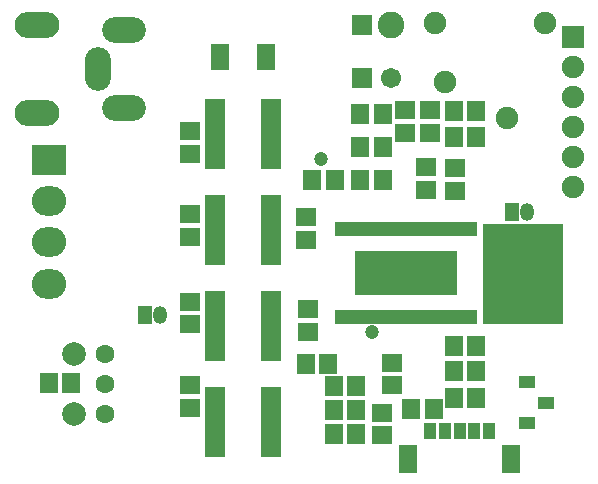
<source format=gbr>
G04 DipTrace 3.3.1.3*
G04 BottomMask.gbr*
%MOIN*%
G04 #@! TF.FileFunction,Soldermask,Bot*
G04 #@! TF.Part,Single*
%ADD53C,0.08905*%
%ADD93C,0.047402*%
%ADD99C,0.078898*%
%ADD101C,0.06315*%
%ADD109R,0.342677X0.145827*%
%ADD111R,0.019252X0.047402*%
%ADD115R,0.057244X0.043465*%
%ADD129R,0.071024X0.232441*%
%ADD131O,0.047402X0.059213*%
%ADD133R,0.047402X0.059213*%
%ADD135R,0.059213X0.092677*%
%ADD137R,0.039528X0.055276*%
%ADD139O,0.114331X0.098583*%
%ADD141R,0.114331X0.098583*%
%ADD143C,0.067402*%
%ADD145R,0.067402X0.067402*%
%ADD147R,0.074961X0.074961*%
%ADD149C,0.074961*%
%ADD151O,0.149764X0.086772*%
%ADD153O,0.086772X0.145827*%
%ADD155O,0.145827X0.086772*%
%ADD159R,0.06315X0.090709*%
%ADD163R,0.059213X0.067087*%
%ADD165R,0.067087X0.059213*%
%FSLAX26Y26*%
G04*
G70*
G90*
G75*
G01*
G04 BotMask*
%LPD*%
D93*
X1463724Y1457008D3*
X1633016Y878268D3*
D165*
X1743252Y1543622D3*
Y1618425D3*
D163*
X1593337Y1386375D3*
X1668140D3*
X1580388Y699046D3*
X1505585D3*
X1593134Y1495630D3*
X1667937D3*
X1593134Y1604213D3*
X1667937D3*
X1580388Y618720D3*
X1505585D3*
X1580184Y538395D3*
X1505381D3*
X1979472Y748346D3*
X1904669D3*
D165*
X1908606Y1425512D3*
Y1350709D3*
D163*
X1979983Y660366D3*
X1905180D3*
X1762937Y622362D3*
X1837740D3*
D165*
X1812596Y1352808D3*
Y1427612D3*
D163*
X1979472Y1527874D3*
X1904669D3*
X1904975Y831243D3*
X1979778D3*
D165*
X1413487Y1261362D3*
Y1186559D3*
X1699945Y701102D3*
Y775906D3*
X1664512Y535748D3*
Y610551D3*
D163*
X1433862Y1386375D3*
X1508665D3*
D165*
X1419738Y880277D3*
Y955080D3*
D163*
X1411864Y773811D3*
X1486667D3*
D165*
X1026717Y905827D3*
Y980630D3*
Y701102D3*
Y626299D3*
Y1547559D3*
Y1472756D3*
Y1271969D3*
Y1197165D3*
D163*
X629079Y708976D3*
X554276D3*
D159*
X1278685Y1795591D3*
X1125147D3*
D155*
X806244Y1626299D3*
D153*
X719630Y1756220D3*
D155*
X806244Y1886142D3*
D151*
X514906Y1901890D3*
Y1610551D3*
D149*
X2207819Y1909764D3*
X2081835Y1590866D3*
X1877110Y1712913D3*
X1841677Y1909764D3*
D147*
X2302307Y1862520D3*
D149*
Y1762520D3*
Y1662520D3*
Y1562520D3*
Y1462520D3*
Y1362520D3*
D145*
X1597585Y1724724D3*
D143*
X1696005D3*
D141*
X554276Y1453071D3*
D139*
Y1315276D3*
Y1177480D3*
Y1039685D3*
D137*
X1825929Y547559D3*
X1875142D3*
D135*
X2095614Y457205D3*
X1751126D3*
D137*
X1924354Y547559D3*
X2022780D3*
X1973567D3*
D133*
X875732Y935945D3*
D131*
X925732D3*
D133*
X2098764Y1279843D3*
D131*
X2148764D3*
D145*
X1597585Y1903856D3*
D53*
X1696005D3*
D129*
X1294433Y899168D3*
X1109394D3*
X1294433Y579055D3*
X1109394D3*
X1294433Y1539395D3*
X1109394D3*
X1294433Y1219282D3*
X1109394D3*
D165*
X1825929Y1543622D3*
Y1618425D3*
D163*
X1979472Y1614488D3*
X1904669D3*
D115*
X2148764Y575118D3*
Y712913D3*
X2211756Y644014D3*
D111*
X1518125Y1223858D3*
X1537810D3*
X1557495D3*
X1577180D3*
X1596865D3*
X1616550D3*
X1636235D3*
X1655920D3*
X1675605D3*
X1695290D3*
X1714975D3*
X1734660D3*
X1754345D3*
X1774030D3*
X1793715D3*
X1813400D3*
X1833085D3*
X1852770D3*
X1872455D3*
X1892140D3*
X1911825D3*
X1931510D3*
X1951196D3*
X1970881D3*
Y928583D3*
X1951196D3*
X1931510D3*
X1911825D3*
X1892140D3*
X1872455D3*
X1852770D3*
X1833085D3*
X1813400D3*
X1793715D3*
X1774030D3*
X1754345D3*
X1734660D3*
X1714975D3*
X1695290D3*
X1675605D3*
X1655920D3*
X1636235D3*
X1616550D3*
X1596865D3*
X1577180D3*
X1557495D3*
X1537810D3*
X1518125D3*
D109*
X1744503Y1076220D3*
D101*
X741283Y606614D3*
Y706614D3*
Y806614D3*
D99*
X638134Y606614D3*
Y806614D3*
G36*
X2003094Y1240472D2*
X2270811D1*
Y905827D1*
X2003094D1*
Y1240472D1*
G37*
M02*

</source>
